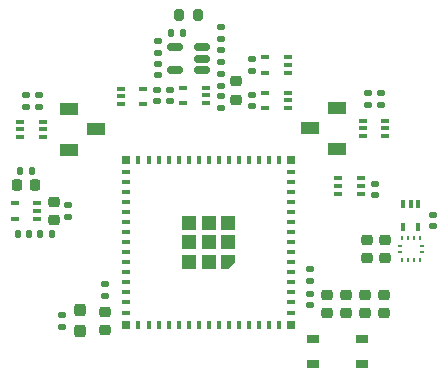
<source format=gtp>
G04 #@! TF.GenerationSoftware,KiCad,Pcbnew,8.0.7*
G04 #@! TF.CreationDate,2025-04-02T23:58:34+11:00*
G04 #@! TF.ProjectId,Ganglion_01,47616e67-6c69-46f6-9e5f-30312e6b6963,01*
G04 #@! TF.SameCoordinates,Original*
G04 #@! TF.FileFunction,Paste,Top*
G04 #@! TF.FilePolarity,Positive*
%FSLAX46Y46*%
G04 Gerber Fmt 4.6, Leading zero omitted, Abs format (unit mm)*
G04 Created by KiCad (PCBNEW 8.0.7) date 2025-04-02 23:58:34*
%MOMM*%
%LPD*%
G01*
G04 APERTURE LIST*
G04 Aperture macros list*
%AMRoundRect*
0 Rectangle with rounded corners*
0 $1 Rounding radius*
0 $2 $3 $4 $5 $6 $7 $8 $9 X,Y pos of 4 corners*
0 Add a 4 corners polygon primitive as box body*
4,1,4,$2,$3,$4,$5,$6,$7,$8,$9,$2,$3,0*
0 Add four circle primitives for the rounded corners*
1,1,$1+$1,$2,$3*
1,1,$1+$1,$4,$5*
1,1,$1+$1,$6,$7*
1,1,$1+$1,$8,$9*
0 Add four rect primitives between the rounded corners*
20,1,$1+$1,$2,$3,$4,$5,0*
20,1,$1+$1,$4,$5,$6,$7,0*
20,1,$1+$1,$6,$7,$8,$9,0*
20,1,$1+$1,$8,$9,$2,$3,0*%
%AMFreePoly0*
4,1,6,0.600000,-0.600000,-0.600000,-0.600000,-0.600000,0.000000,0.000000,0.600000,0.600000,0.600000,0.600000,-0.600000,0.600000,-0.600000,$1*%
G04 Aperture macros list end*
%ADD10RoundRect,0.225000X-0.250000X0.225000X-0.250000X-0.225000X0.250000X-0.225000X0.250000X0.225000X0*%
%ADD11RoundRect,0.225000X0.250000X-0.225000X0.250000X0.225000X-0.250000X0.225000X-0.250000X-0.225000X0*%
%ADD12RoundRect,0.140000X0.170000X-0.140000X0.170000X0.140000X-0.170000X0.140000X-0.170000X-0.140000X0*%
%ADD13RoundRect,0.140000X-0.170000X0.140000X-0.170000X-0.140000X0.170000X-0.140000X0.170000X0.140000X0*%
%ADD14RoundRect,0.135000X0.185000X-0.135000X0.185000X0.135000X-0.185000X0.135000X-0.185000X-0.135000X0*%
%ADD15RoundRect,0.135000X-0.185000X0.135000X-0.185000X-0.135000X0.185000X-0.135000X0.185000X0.135000X0*%
%ADD16RoundRect,0.135000X-0.135000X-0.185000X0.135000X-0.185000X0.135000X0.185000X-0.135000X0.185000X0*%
%ADD17RoundRect,0.200000X0.200000X0.275000X-0.200000X0.275000X-0.200000X-0.275000X0.200000X-0.275000X0*%
%ADD18R,1.600000X1.000000*%
%ADD19R,0.650000X0.400000*%
%ADD20RoundRect,0.150000X0.512500X0.150000X-0.512500X0.150000X-0.512500X-0.150000X0.512500X-0.150000X0*%
%ADD21R,0.400000X0.650000*%
%ADD22R,1.050000X0.650000*%
%ADD23R,0.250000X0.400000*%
%ADD24R,0.400000X0.250000*%
%ADD25RoundRect,0.225000X0.225000X0.250000X-0.225000X0.250000X-0.225000X-0.250000X0.225000X-0.250000X0*%
%ADD26RoundRect,0.237500X-0.237500X0.287500X-0.237500X-0.287500X0.237500X-0.287500X0.237500X0.287500X0*%
%ADD27RoundRect,0.140000X0.140000X0.170000X-0.140000X0.170000X-0.140000X-0.170000X0.140000X-0.170000X0*%
%ADD28R,0.800000X0.400000*%
%ADD29R,0.400000X0.800000*%
%ADD30FreePoly0,180.000000*%
%ADD31R,1.200000X1.200000*%
%ADD32R,0.800000X0.800000*%
G04 APERTURE END LIST*
D10*
X137800000Y-56725000D03*
X137800000Y-58275000D03*
X136200000Y-56725000D03*
X136200000Y-58275000D03*
D11*
X134600000Y-58275000D03*
X134600000Y-56725000D03*
X133000000Y-58275000D03*
X133000000Y-56725000D03*
D12*
X131600000Y-57580000D03*
X131600000Y-56620000D03*
D13*
X119700000Y-39320000D03*
X119700000Y-40280000D03*
X118700000Y-37120000D03*
X118700000Y-38080000D03*
X142000000Y-49920000D03*
X142000000Y-50880000D03*
D11*
X125300000Y-40175000D03*
X125300000Y-38625000D03*
X137898600Y-53575000D03*
X137898600Y-52025000D03*
X136400000Y-53575000D03*
X136400000Y-52025000D03*
D14*
X136500000Y-40610000D03*
X136500000Y-39590000D03*
D15*
X137600000Y-39600000D03*
X137600000Y-40620000D03*
D14*
X107500000Y-40810000D03*
X107500000Y-39790000D03*
D15*
X108600000Y-39790000D03*
X108600000Y-40810000D03*
D16*
X119790000Y-34500000D03*
X120810000Y-34500000D03*
D14*
X124000000Y-35010000D03*
X124000000Y-33990000D03*
D17*
X122125000Y-32977500D03*
X120475000Y-32977500D03*
D18*
X133850000Y-44350000D03*
X131550000Y-42600000D03*
X133850000Y-40850000D03*
X111150000Y-40950000D03*
X113450000Y-42700000D03*
X111150000Y-44450000D03*
D19*
X133950000Y-46850000D03*
X133950000Y-47500000D03*
X133950000Y-48150000D03*
X135850000Y-48150000D03*
X135850000Y-47500000D03*
X135850000Y-46850000D03*
D20*
X122437500Y-37650000D03*
X122437500Y-36700000D03*
X122437500Y-35750000D03*
X120162500Y-35750000D03*
X120162500Y-37650000D03*
D21*
X140750000Y-49050000D03*
X140100000Y-49050000D03*
X139450000Y-49050000D03*
X139450000Y-50950000D03*
X140750000Y-50950000D03*
D22*
X135975000Y-62575000D03*
X131825000Y-62575000D03*
X135975000Y-60425000D03*
X131825000Y-60425000D03*
D23*
X140850000Y-51912500D03*
X140350000Y-51912500D03*
X139850000Y-51912500D03*
X139350000Y-51912500D03*
D24*
X139175000Y-52587500D03*
X139175000Y-53087500D03*
D23*
X139350000Y-53762500D03*
X139850000Y-53762500D03*
X140350000Y-53762500D03*
X140850000Y-53762500D03*
D24*
X141025000Y-53087500D03*
X141025000Y-52587500D03*
D19*
X122750000Y-40450000D03*
X122750000Y-39800000D03*
X122750000Y-39150000D03*
X120850000Y-39150000D03*
X120850000Y-40450000D03*
D14*
X118700000Y-36210000D03*
X118700000Y-35190000D03*
D11*
X109902800Y-50375000D03*
X109902800Y-48825000D03*
D19*
X108452800Y-50250000D03*
X108452800Y-49600000D03*
X108452800Y-48950000D03*
X106552800Y-48950000D03*
X106552800Y-50250000D03*
X137950000Y-43250000D03*
X137950000Y-42600000D03*
X137950000Y-41950000D03*
X136050000Y-41950000D03*
X136050000Y-42600000D03*
X136050000Y-43250000D03*
X107050000Y-42050000D03*
X107050000Y-42700000D03*
X107050000Y-43350000D03*
X108950000Y-43350000D03*
X108950000Y-42700000D03*
X108950000Y-42050000D03*
X115550000Y-39250000D03*
X115550000Y-39900000D03*
X115550000Y-40550000D03*
X117450000Y-40550000D03*
X117450000Y-39250000D03*
X129700000Y-37900000D03*
X129700000Y-37250000D03*
X129700000Y-36600000D03*
X127800000Y-36600000D03*
X127800000Y-37900000D03*
X129700000Y-40900000D03*
X129700000Y-40250000D03*
X129700000Y-39600000D03*
X127800000Y-39600000D03*
X127800000Y-40900000D03*
D25*
X108275000Y-47400000D03*
X106725000Y-47400000D03*
D13*
X118600000Y-39320000D03*
X118600000Y-40280000D03*
D14*
X131600000Y-55510000D03*
X131600000Y-54490000D03*
D26*
X112100000Y-58025000D03*
X112100000Y-59775000D03*
D14*
X111102800Y-50110000D03*
X111102800Y-49090000D03*
D11*
X114200000Y-59675000D03*
X114200000Y-58125000D03*
D14*
X110600000Y-59410000D03*
X110600000Y-58390000D03*
D13*
X126667200Y-36770000D03*
X126667200Y-37730000D03*
X137050000Y-47320000D03*
X137050000Y-48280000D03*
D27*
X107782800Y-51550000D03*
X106822800Y-51550000D03*
D15*
X124000000Y-35990000D03*
X124000000Y-37010000D03*
X114200000Y-55790000D03*
X114200000Y-56810000D03*
D28*
X130000000Y-58200000D03*
X130000000Y-57350000D03*
X130000000Y-56500000D03*
X130000000Y-55650000D03*
X130000000Y-54800000D03*
X130000000Y-53950000D03*
X130000000Y-53100000D03*
X130000000Y-52250000D03*
X130000000Y-51400000D03*
X130000000Y-50550000D03*
X130000000Y-49700000D03*
X130000000Y-48850000D03*
X130000000Y-48000000D03*
X130000000Y-47150000D03*
X130000000Y-46300000D03*
D29*
X128950000Y-45250000D03*
X128100000Y-45250000D03*
X127250000Y-45250000D03*
X126400000Y-45250000D03*
X125550000Y-45250000D03*
X124700000Y-45250000D03*
X123850000Y-45250000D03*
X123000000Y-45250000D03*
X122150000Y-45250000D03*
X121300000Y-45250000D03*
X120450000Y-45250000D03*
X119600000Y-45250000D03*
X118750000Y-45250000D03*
X117900000Y-45250000D03*
X117050000Y-45250000D03*
D28*
X116000000Y-46300000D03*
X116000000Y-47150000D03*
X116000000Y-48000000D03*
X116000000Y-48850000D03*
X116000000Y-49700000D03*
X116000000Y-50550000D03*
X116000000Y-51400000D03*
X116000000Y-52250000D03*
X116000000Y-53100000D03*
X116000000Y-53950000D03*
X116000000Y-54800000D03*
X116000000Y-55650000D03*
X116000000Y-56500000D03*
X116000000Y-57350000D03*
X116000000Y-58200000D03*
D29*
X117050000Y-59250000D03*
X117900000Y-59250000D03*
X118750000Y-59250000D03*
X119600000Y-59250000D03*
X120450000Y-59250000D03*
X121300000Y-59250000D03*
X122150000Y-59250000D03*
X123000000Y-59250000D03*
X123850000Y-59250000D03*
X124700000Y-59250000D03*
X125550000Y-59250000D03*
X126400000Y-59250000D03*
X127250000Y-59250000D03*
X128100000Y-59250000D03*
X128950000Y-59250000D03*
D30*
X124650000Y-53900000D03*
D31*
X124650000Y-52250000D03*
X124650000Y-50600000D03*
X123000000Y-53900000D03*
X123000000Y-52250000D03*
X123000000Y-50600000D03*
X121350000Y-53900000D03*
X121350000Y-52250000D03*
X121350000Y-50600000D03*
D32*
X130000000Y-59250000D03*
X130000000Y-45250000D03*
X116000000Y-45250000D03*
X116000000Y-59250000D03*
D14*
X124000000Y-40910000D03*
X124000000Y-39890000D03*
D16*
X106990000Y-46200000D03*
X108010000Y-46200000D03*
D13*
X126656953Y-39770000D03*
X126656953Y-40730000D03*
D14*
X124010000Y-39000000D03*
X124010000Y-37980000D03*
D16*
X108742800Y-51550000D03*
X109762800Y-51550000D03*
M02*

</source>
